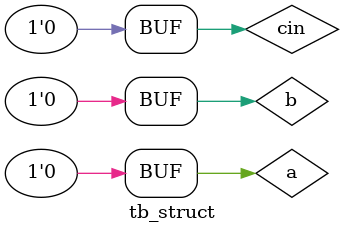
<source format=v>

module tb_struct();
   
   reg a,b,cin;
   wire sum,carry;


Fulladder_Struct FA1(
  .a(a),
  .b(b),
  .cin(cin),
  .sum(sum),
  .carry(carry)
);

 initial begin
  $monitor("a=%0d  b=%0d  cin=%0d   sum=%0d  carry=%0d",a,b,cin,sum,carry);
  end


  initial begin
  #1;a=0;b=0;cin=0;
  #1;a=0;b=0;cin=1;
  #1;a=0;b=1;cin=0;
  #1;a=0;b=1;cin=1;
  #1;a=1;b=0;cin=0;
  #1;a=1;b=0;cin=1;
  #1;a=1;b=1;cin=0;
  #1;a=1;b=1;cin=1;
  #1;a=0;b=0;cin=0;
  end

endmodule

</source>
